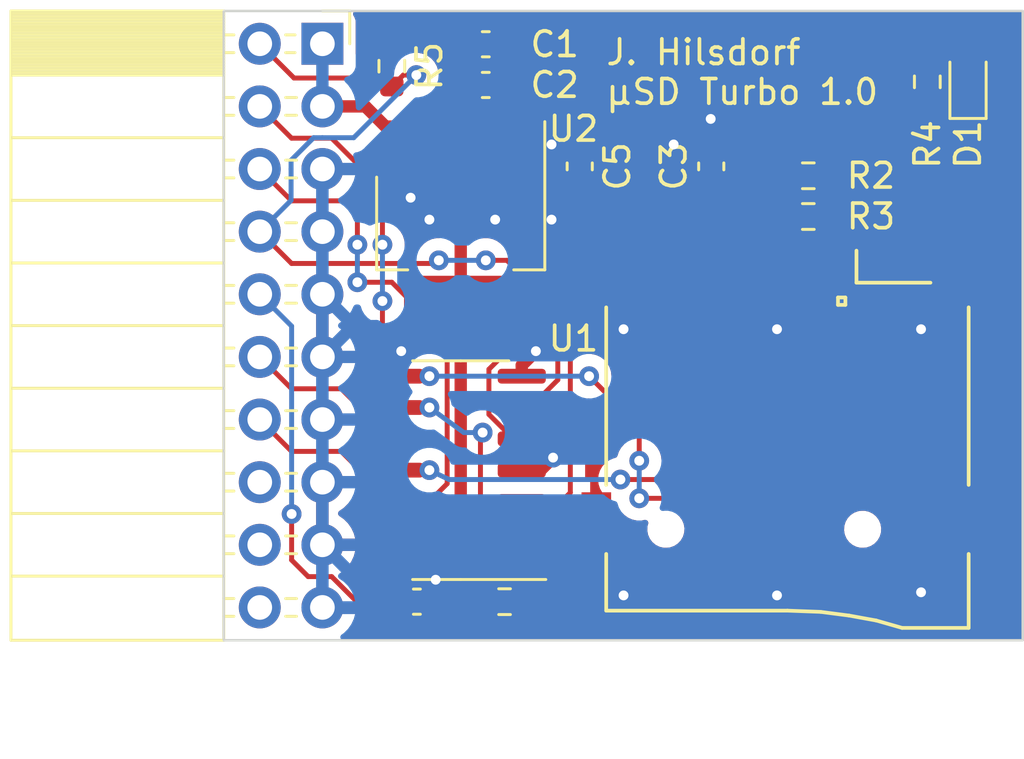
<source format=kicad_pcb>
(kicad_pcb (version 20221018) (generator pcbnew)
  (layers (0 "F.Cu" signal) (31 "B.Cu" signal) (34 "B.Paste" user) (35 "F.Paste" user) (36 "B.SilkS" user "B.Silkscreen") (37 "F.SilkS" user "F.Silkscreen") (38 "B.Mask" user) (39 "F.Mask" user) (44 "Edge.Cuts" user))
  (net 0 "")
  (net 1 "+3.3V")
  (net 2 "Net-(R1-Pad1)")
  (net 3 "+5V")
  (net 4 "CB1")
  (net 5 "CB2")
  (net 6 "PB0")
  (net 7 "PB1")
  (net 8 "PB2")
  (net 9 "PB3")
  (net 10 "PB4")
  (net 14 "Net-(R2-Pad2)")
  (net 15 "GND")
  (net 16 "DOUT")
  (net 17 "CLK")
  (net 18 "DIN")
  (net 22 "Net-(D1-A)")
  (net 23 "Net-(R3-Pad2)")
  (footprint "Package_SO:SOIC-14_3.9x8.7mm_P1.27mm" (layer "F.Cu") (at 115.77 80.132 180)
    (fp_text reference "U1" (at -4.572 5.334) (layer "F.SilkS"))
    (fp_text value "74LVC125AD")
    (fp_line (start 0 -4.435) (end -3.45 -4.435) (stroke (width 0.12)) (layer "F.SilkS"))
    (fp_line (start 0 -4.435) (end 1.95 -4.435) (stroke (width 0.12)) (layer "F.SilkS"))
    (fp_line (start 0 4.435) (end -1.95 4.435) (stroke (width 0.12)) (layer "F.SilkS"))
    (fp_line (start 0 4.435) (end 1.95 4.435) (stroke (width 0.12)) (layer "F.SilkS"))
    (pad "1" smd roundrect (at -2.475 -3.81 180) (size 1.95 0.6) (layers "F.Cu" "F.Paste" "F.Mask") (net 8 "PB2"))
    (pad "2" smd roundrect (at -2.475 -2.54 180) (size 1.95 0.6) (layers "F.Cu" "F.Paste" "F.Mask") (net 16 "DOUT"))
    (pad "3" smd roundrect (at -2.475 -1.27 180) (size 1.95 0.6) (layers "F.Cu" "F.Paste" "F.Mask") (net 2 "Net-(R1-Pad1)"))
    (pad "4" smd roundrect (at -2.475 0 180) (size 1.95 0.6) (layers "F.Cu" "F.Paste" "F.Mask") (net 15 "GND"))
    (pad "5" smd roundrect (at -2.475 1.27 180) (size 1.95 0.6) (layers "F.Cu" "F.Paste" "F.Mask") (net 7 "PB1"))
    (pad "6" smd roundrect (at -2.475 2.54 180) (size 1.95 0.6) (layers "F.Cu" "F.Paste" "F.Mask") (net 17 "CLK"))
    (pad "7" smd roundrect (at -2.475 3.81 180) (size 1.95 0.6) (layers "F.Cu" "F.Paste" "F.Mask") (net 15 "GND"))
    (pad "8" smd roundrect (at 2.475 3.81 180) (size 1.95 0.6) (layers "F.Cu" "F.Paste" "F.Mask") (net 14 "Net-(R2-Pad2)"))
    (pad "9" smd roundrect (at 2.475 2.54 180) (size 1.95 0.6) (layers "F.Cu" "F.Paste" "F.Mask") (net 5 "CB2"))
    (pad "10" smd roundrect (at 2.475 1.27 180) (size 1.95 0.6) (layers "F.Cu" "F.Paste" "F.Mask") (net 9 "PB3"))
    (pad "11" smd roundrect (at 2.475 0 180) (size 1.95 0.6) (layers "F.Cu" "F.Paste" "F.Mask") (net 23 "Net-(R3-Pad2)"))
    (pad "12" smd roundrect (at 2.475 -1.27 180) (size 1.95 0.6) (layers "F.Cu" "F.Paste" "F.Mask") (net 6 "PB0"))
    (pad "13" smd roundrect (at 2.475 -2.54 180) (size 1.95 0.6) (layers "F.Cu" "F.Paste" "F.Mask") (net 10 "PB4"))
    (pad "14" smd roundrect (at 2.475 -3.81 180) (size 1.95 0.6) (layers "F.Cu" "F.Paste" "F.Mask") (net 1 "+3.3V"))
  )
  (footprint "Package_TO_SOT_SMD:SOT-223-3_TabPin2" (layer "F.Cu") (at 115.77 70.099 -90)
    (fp_text reference "U2" (at -3.81 -4.572 -180) (layer "F.SilkS"))
    (fp_text value "AMS1117-3.3")
    (fp_line (start -4.1 -3.41) (end 1.91 -3.41) (stroke (width 0.12)) (layer "F.SilkS"))
    (fp_line (start -1.85 3.41) (end 1.91 3.41) (stroke (width 0.12)) (layer "F.SilkS"))
    (fp_line (start 1.91 -3.41) (end 1.91 -2.15) (stroke (width 0.12)) (layer "F.SilkS"))
    (fp_line (start 1.91 3.41) (end 1.91 2.15) (stroke (width 0.12)) (layer "F.SilkS"))
    (pad "1" smd rect (at -3.15 -2.3 270) (size 2 1.5) (layers "F.Cu" "F.Paste" "F.Mask") (net 15 "GND"))
    (pad "2" smd rect (at -3.15 0 270) (size 2 1.5) (layers "F.Cu" "F.Paste" "F.Mask") (net 1 "+3.3V"))
    (pad "2" smd rect (at 3.15 0 270) (size 2 3.8) (layers "F.Cu" "F.Paste" "F.Mask") (net 1 "+3.3V"))
    (pad "3" smd rect (at -3.15 2.3 270) (size 2 1.5) (layers "F.Cu" "F.Paste" "F.Mask") (net 3 "+5V"))
  )
  (footprint "Capacitor_SMD:C_0603_1608Metric" (layer "F.Cu") (at 116.786 64.511)
    (fp_text reference "C2" (at 2.794 0) (layer "F.SilkS"))
    (fp_text value "C")
    (fp_line (start -0.14058 -0.51) (end 0.14058 -0.51) (stroke (width 0.12)) (layer "F.SilkS"))
    (fp_line (start -0.14058 0.51) (end 0.14058 0.51) (stroke (width 0.12)) (layer "F.SilkS"))
    (pad "1" smd roundrect (at -0.775 0) (size 0.9 0.95) (layers "F.Cu" "F.Paste" "F.Mask") (net 3 "+5V"))
    (pad "2" smd roundrect (at 0.775 0) (size 0.9 0.95) (layers "F.Cu" "F.Paste" "F.Mask") (net 15 "GND"))
  )
  (footprint "Capacitor_SMD:C_0603_1608Metric" (layer "F.Cu") (at 125.93 67.813 90)
    (fp_text reference "C3" (at 0 -1.524 90) (layer "F.SilkS"))
    (fp_text value "C")
    (fp_line (start -0.14058 -0.51) (end 0.14058 -0.51) (stroke (width 0.12)) (layer "F.SilkS"))
    (fp_line (start -0.14058 0.51) (end 0.14058 0.51) (stroke (width 0.12)) (layer "F.SilkS"))
    (pad "1" smd roundrect (at -0.775 0 90) (size 0.9 0.95) (layers "F.Cu" "F.Paste" "F.Mask") (net 1 "+3.3V"))
    (pad "2" smd roundrect (at 0.775 0 90) (size 0.9 0.95) (layers "F.Cu" "F.Paste" "F.Mask") (net 15 "GND"))
  )
  (footprint "footprints:Conn_uSDcard" (layer "F.Cu") (at 129.02 82.53)
    (fp_text reference "XS1" hide)
    (fp_text value "uSD Card" hide)
    (fp_line (start -7.35 -1.8) (end -7.35 -9) (stroke (width 0.15)) (layer "F.SilkS"))
    (fp_line (start -7.35 1) (end -7.35 3.3) (stroke (width 0.15)) (layer "F.SilkS"))
    (fp_line (start -7.35 3.3) (end 0 3.3) (stroke (width 0.15)) (layer "F.SilkS"))
    (fp_line (start 0 3.3) (end 1.35 3.35) (stroke (width 0.15)) (layer "F.SilkS"))
    (fp_line (start 1.35 3.35) (end 2.5 3.5) (stroke (width 0.15)) (layer "F.SilkS"))
    (fp_line (start 2.05 -9.4) (end 2.05 -9.1) (stroke (width 0.15)) (layer "F.SilkS"))
    (fp_line (start 2.05 -9.1) (end 2.35 -9.1) (stroke (width 0.15)) (layer "F.SilkS"))
    (fp_line (start 2.35 -9.4) (end 2.05 -9.4) (stroke (width 0.15)) (layer "F.SilkS"))
    (fp_line (start 2.35 -9.1) (end 2.35 -9.4) (stroke (width 0.15)) (layer "F.SilkS"))
    (fp_line (start 2.5 3.5) (end 3.6 3.7) (stroke (width 0.15)) (layer "F.SilkS"))
    (fp_line (start 2.8 -10) (end 2.8 -11.3) (stroke (width 0.15)) (layer "F.SilkS"))
    (fp_line (start 2.8 -10) (end 5.8 -10) (stroke (width 0.15)) (layer "F.SilkS"))
    (fp_line (start 3.6 3.7) (end 4.65 4) (stroke (width 0.15)) (layer "F.SilkS"))
    (fp_line (start 4.65 4) (end 7.35 4) (stroke (width 0.15)) (layer "F.SilkS"))
    (fp_line (start 7.35 -9) (end 7.35 -1.8) (stroke (width 0.15)) (layer "F.SilkS"))
    (fp_line (start 7.35 4) (end 7.35 1) (stroke (width 0.15)) (layer "F.SilkS"))
    (pad "" np_thru_hole circle (at -4.93 0) (size 1 1) (drill 1) (layers "*.Cu"))
    (pad "" np_thru_hole circle (at 3.05 0) (size 1 1) (drill 1) (layers "*.Cu"))
    (pad "1" smd rect (at 2.2 -10.5) (size 0.7 1.6) (layers "F.Cu" "F.Paste" "F.Mask"))
    (pad "2" smd rect (at 1.1 -10.5) (size 0.7 1.6) (layers "F.Cu" "F.Paste" "F.Mask") (net 15 "GND"))
    (pad "3" smd rect (at 0 -10.5) (size 0.7 1.6) (layers "F.Cu" "F.Paste" "F.Mask") (net 18 "DIN"))
    (pad "4" smd rect (at -1.1 -10.5) (size 0.7 1.6) (layers "F.Cu" "F.Paste" "F.Mask") (net 1 "+3.3V"))
    (pad "5" smd rect (at -2.2 -10.5) (size 0.7 1.6) (layers "F.Cu" "F.Paste" "F.Mask") (net 17 "CLK"))
    (pad "6" smd rect (at -7.75 -10) (size 1.2 1.4) (layers "F.Cu" "F.Paste" "F.Mask") (net 15 "GND"))
    (pad "6" smd rect (at -7.75 -0.4) (size 1.2 2.2) (layers "F.Cu" "F.Paste" "F.Mask") (net 15 "GND"))
    (pad "6" smd rect (at -3.3 -10.5) (size 0.7 1.6) (layers "F.Cu" "F.Paste" "F.Mask") (net 15 "GND"))
    (pad "6" smd rect (at 6.85 -10) (size 1.6 1.4) (layers "F.Cu" "F.Paste" "F.Mask") (net 15 "GND"))
    (pad "6" smd rect (at 7.75 -0.4) (size 1.2 2.2) (layers "F.Cu" "F.Paste" "F.Mask") (net 15 "GND"))
    (pad "7" smd rect (at -4.4 -10.5) (size 0.7 1.6) (layers "F.Cu" "F.Paste" "F.Mask") (net 16 "DOUT"))
    (pad "8" smd rect (at -5.5 -10.5) (size 0.7 1.6) (layers "F.Cu" "F.Paste" "F.Mask"))
    (pad "9" smd rect (at -6.6 -10.5) (size 0.7 1.6) (layers "F.Cu" "F.Paste" "F.Mask"))
  )
  (footprint "Capacitor_SMD:C_0603_1608Metric" (layer "F.Cu") (at 120.596 67.813 90)
    (fp_text reference "C5" (at 0 1.524 90) (layer "F.SilkS"))
    (fp_text value "C")
    (fp_line (start -0.14058 -0.51) (end 0.14058 -0.51) (stroke (width 0.12)) (layer "F.SilkS"))
    (fp_line (start -0.14058 0.51) (end 0.14058 0.51) (stroke (width 0.12)) (layer "F.SilkS"))
    (pad "1" smd roundrect (at -0.775 0 90) (size 0.9 0.95) (layers "F.Cu" "F.Paste" "F.Mask") (net 1 "+3.3V"))
    (pad "2" smd roundrect (at 0.775 0 90) (size 0.9 0.95) (layers "F.Cu" "F.Paste" "F.Mask") (net 15 "GND"))
  )
  (footprint "Resistor_SMD:R_0603_1608Metric" (layer "F.Cu") (at 112.976 63.749 90)
    (fp_text reference "R5" (at 0 1.524 90) (layer "F.SilkS"))
    (fp_text value "56 Ω")
    (fp_line (start -0.237258 -0.5225) (end 0.237258 -0.5225) (stroke (width 0.12)) (layer "F.SilkS"))
    (fp_line (start -0.237258 0.5225) (end 0.237258 0.5225) (stroke (width 0.12)) (layer "F.SilkS"))
    (pad "1" smd roundrect (at -0.825 0 90) (size 0.8 0.95) (layers "F.Cu" "F.Paste" "F.Mask") (net 7 "PB1"))
    (pad "2" smd roundrect (at 0.825 0 90) (size 0.8 0.95) (layers "F.Cu" "F.Paste" "F.Mask") (net 4 "CB1"))
  )
  (footprint "Resistor_SMD:R_0603_1608Metric" (layer "F.Cu") (at 134.693 64.384 -90)
    (fp_text reference "R4" (at 2.54 0 90) (layer "F.SilkS"))
    (fp_text value "1k")
    (fp_line (start -0.237258 -0.5225) (end 0.237258 -0.5225) (stroke (width 0.12)) (layer "F.SilkS"))
    (fp_line (start -0.237258 0.5225) (end 0.237258 0.5225) (stroke (width 0.12)) (layer "F.SilkS"))
    (pad "1" smd roundrect (at -0.825 0 270) (size 0.8 0.95) (layers "F.Cu" "F.Paste" "F.Mask") (net 1 "+3.3V"))
    (pad "2" smd roundrect (at 0.825 0 270) (size 0.8 0.95) (layers "F.Cu" "F.Paste" "F.Mask") (net 22 "Net-(D1-A)"))
  )
  (footprint "Resistor_SMD:R_0603_1608Metric" (layer "F.Cu") (at 129.867 68.194)
    (fp_text reference "R2" (at 2.54 0) (layer "F.SilkS"))
    (fp_text value "56 Ω")
    (fp_line (start -0.237258 -0.5225) (end 0.237258 -0.5225) (stroke (width 0.12)) (layer "F.SilkS"))
    (fp_line (start -0.237258 0.5225) (end 0.237258 0.5225) (stroke (width 0.12)) (layer "F.SilkS"))
    (pad "1" smd roundrect (at -0.825 0) (size 0.8 0.95) (layers "F.Cu" "F.Paste" "F.Mask") (net 18 "DIN"))
    (pad "2" smd roundrect (at 0.825 0) (size 0.8 0.95) (layers "F.Cu" "F.Paste" "F.Mask") (net 14 "Net-(R2-Pad2)"))
  )
  (footprint "Resistor_SMD:R_0603_1608Metric" (layer "F.Cu") (at 117.548 85.466 180)
    (fp_text reference "R1" hide)
    (fp_text value "56 Ω")
    (fp_line (start -0.237258 -0.5225) (end 0.237258 -0.5225) (stroke (width 0.12)) (layer "F.SilkS"))
    (fp_line (start -0.237258 0.5225) (end 0.237258 0.5225) (stroke (width 0.12)) (layer "F.SilkS"))
    (pad "1" smd roundrect (at -0.825 0 180) (size 0.8 0.95) (layers "F.Cu" "F.Paste" "F.Mask") (net 2 "Net-(R1-Pad1)"))
    (pad "2" smd roundrect (at 0.825 0 180) (size 0.8 0.95) (layers "F.Cu" "F.Paste" "F.Mask") (net 5 "CB2"))
  )
  (footprint "Connector_PinSocket_2.54mm:PinSocket_2x10_P2.54mm_Horizontal" (layer "F.Cu") (at 110.16 62.84)
    (fp_text reference "J1" hide)
    (fp_text value "User Port")
    (fp_line (start -12.63 -1.33) (end -12.63 24.19) (stroke (width 0.12)) (layer "F.SilkS"))
    (fp_line (start -12.63 -1.33) (end -4 -1.33) (stroke (width 0.12)) (layer "F.SilkS"))
    (fp_line (start -12.63 -1.21) (end -4 -1.21) (stroke (width 0.12)) (layer "F.SilkS"))
    (fp_line (start -12.63 -1.091905) (end -4 -1.091905) (stroke (width 0.12)) (layer "F.SilkS"))
    (fp_line (start -12.63 -0.97381) (end -4 -0.97381) (stroke (width 0.12)) (layer "F.SilkS"))
    (fp_line (start -12.63 -0.855715) (end -4 -0.855715) (stroke (width 0.12)) (layer "F.SilkS"))
    (fp_line (start -12.63 -0.73762) (end -4 -0.73762) (stroke (width 0.12)) (layer "F.SilkS"))
    (fp_line (start -12.63 -0.619525) (end -4 -0.619525) (stroke (width 0.12)) (layer "F.SilkS"))
    (fp_line (start -12.63 -0.50143) (end -4 -0.50143) (stroke (width 0.12)) (layer "F.SilkS"))
    (fp_line (start -12.63 -0.383335) (end -4 -0.383335) (stroke (width 0.12)) (layer "F.SilkS"))
    (fp_line (start -12.63 -0.26524) (end -4 -0.26524) (stroke (width 0.12)) (layer "F.SilkS"))
    (fp_line (start -12.63 -0.147145) (end -4 -0.147145) (stroke (width 0.12)) (layer "F.SilkS"))
    (fp_line (start -12.63 -0.02905) (end -4 -0.02905) (stroke (width 0.12)) (layer "F.SilkS"))
    (fp_line (start -12.63 0.089045) (end -4 0.089045) (stroke (width 0.12)) (layer "F.SilkS"))
    (fp_line (start -12.63 0.20714) (end -4 0.20714) (stroke (width 0.12)) (layer "F.SilkS"))
    (fp_line (start -12.63 0.325235) (end -4 0.325235) (stroke (width 0.12)) (layer "F.SilkS"))
    (fp_line (start -12.63 0.44333) (end -4 0.44333) (stroke (width 0.12)) (layer "F.SilkS"))
    (fp_line (start -12.63 0.561425) (end -4 0.561425) (stroke (width 0.12)) (layer "F.SilkS"))
    (fp_line (start -12.63 0.67952) (end -4 0.67952) (stroke (width 0.12)) (layer "F.SilkS"))
    (fp_line (start -12.63 0.797615) (end -4 0.797615) (stroke (width 0.12)) (layer "F.SilkS"))
    (fp_line (start -12.63 0.91571) (end -4 0.91571) (stroke (width 0.12)) (layer "F.SilkS"))
    (fp_line (start -12.63 1.033805) (end -4 1.033805) (stroke (width 0.12)) (layer "F.SilkS"))
    (fp_line (start -12.63 1.1519) (end -4 1.1519) (stroke (width 0.12)) (layer "F.SilkS"))
    (fp_line (start -12.63 1.27) (end -4 1.27) (stroke (width 0.12)) (layer "F.SilkS"))
    (fp_line (start -12.63 3.81) (end -4 3.81) (stroke (width 0.12)) (layer "F.SilkS"))
    (fp_line (start -12.63 6.35) (end -4 6.35) (stroke (width 0.12)) (layer "F.SilkS"))
    (fp_line (start -12.63 8.89) (end -4 8.89) (stroke (width 0.12)) (layer "F.SilkS"))
    (fp_line (start -12.63 11.43) (end -4 11.43) (stroke (width 0.12)) (layer "F.SilkS"))
    (fp_line (start -12.63 13.97) (end -4 13.97) (stroke (width 0.12)) (layer "F.SilkS"))
    (fp_line (start -12.63 16.51) (end -4 16.51) (stroke (width 0.12)) (layer "F.SilkS"))
    (fp_line (start -12.63 19.05) (end -4 19.05) (stroke (width 0.12)) (layer "F.SilkS"))
    (fp_line (start -12.63 21.59) (end -4 21.59) (stroke (width 0.12)) (layer "F.SilkS"))
    (fp_line (start -12.63 24.19) (end -4 24.19) (stroke (width 0.12)) (layer "F.SilkS"))
    (fp_line (start -4 -1.33) (end -4 24.19) (stroke (width 0.12)) (layer "F.SilkS"))
    (fp_line (start -4 -0.36) (end -3.59 -0.36) (stroke (width 0.12)) (layer "F.SilkS"))
    (fp_line (start -4 0.36) (end -3.59 0.36) (stroke (width 0.12)) (layer "F.SilkS"))
    (fp_line (start -4 2.18) (end -3.59 2.18) (stroke (width 0.12)) (layer "F.SilkS"))
    (fp_line (start -4 2.9) (end -3.59 2.9) (stroke (width 0.12)) (layer "F.SilkS"))
    (fp_line (start -4 4.72) (end -3.59 4.72) (stroke (width 0.12)) (layer "F.SilkS"))
    (fp_line (start -4 5.44) (end -3.59 5.44) (stroke (width 0.12)) (layer "F.SilkS"))
    (fp_line (start -4 7.26) (end -3.59 7.26) (stroke (width 0.12)) (layer "F.SilkS"))
    (fp_line (start -4 7.98) (end -3.59 7.98) (stroke (width 0.12)) (layer "F.SilkS"))
    (fp_line (start -4 9.8) (end -3.59 9.8) (stroke (width 0.12)) (layer "F.SilkS"))
    (fp_line (start -4 10.52) (end -3.59 10.52) (stroke (width 0.12)) (layer "F.SilkS"))
    (fp_line (start -4 12.34) (end -3.59 12.34) (stroke (width 0.12)) (layer "F.SilkS"))
    (fp_line (start -4 13.06) (end -3.59 13.06) (stroke (width 0.12)) (layer "F.SilkS"))
    (fp_line (start -4 14.88) (end -3.59 14.88) (stroke (width 0.12)) (layer "F.SilkS"))
    (fp_line (start -4 15.6) (end -3.59 15.6) (stroke (width 0.12)) (layer "F.SilkS"))
    (fp_line (start -4 17.42) (end -3.59 17.42) (stroke (width 0.12)) (layer "F.SilkS"))
    (fp_line (start -4 18.14) (end -3.59 18.14) (stroke (width 0.12)) (layer "F.SilkS"))
    (fp_line (start -4 19.96) (end -3.59 19.96) (stroke (width 0.12)) (layer "F.SilkS"))
    (fp_line (start -4 20.68) (end -3.59 20.68) (stroke (width 0.12)) (layer "F.SilkS"))
    (fp_line (start -4 22.5) (end -3.59 22.5) (stroke (width 0.12)) (layer "F.SilkS"))
    (fp_line (start -4 23.22) (end -3.59 23.22) (stroke (width 0.12)) (layer "F.SilkS"))
    (fp_line (start -1.49 -0.36) (end -1.11 -0.36) (stroke (width 0.12)) (layer "F.SilkS"))
    (fp_line (start -1.49 0.36) (end -1.11 0.36) (stroke (width 0.12)) (layer "F.SilkS"))
    (fp_line (start -1.49 2.18) (end -1.05 2.18) (stroke (width 0.12)) (layer "F.SilkS"))
    (fp_line (start -1.49 2.9) (end -1.05 2.9) (stroke (width 0.12)) (layer "F.SilkS"))
    (fp_line (start -1.49 4.72) (end -1.05 4.72) (stroke (width 0.12)) (layer "F.SilkS"))
    (fp_line (start -1.49 5.44) (end -1.05 5.44) (stroke (width 0.12)) (layer "F.SilkS"))
    (fp_line (start -1.49 7.26) (end -1.05 7.26) (stroke (width 0.12)) (layer "F.SilkS"))
    (fp_line (start -1.49 7.98) (end -1.05 7.98) (stroke (width 0.12)) (layer "F.SilkS"))
    (fp_line (start -1.49 9.8) (end -1.05 9.8) (stroke (width 0.12)) (layer "F.SilkS"))
    (fp_line (start -1.49 10.52) (end -1.05 10.52) (stroke (width 0.12)) (layer "F.SilkS"))
    (fp_line (start -1.49 12.34) (end -1.05 12.34) (stroke (width 0.12)) (layer "F.SilkS"))
    (fp_line (start -1.49 13.06) (end -1.05 13.06) (stroke (width 0.12)) (layer "F.SilkS"))
    (fp_line (start -1.49 14.88) (end -1.05 14.88) (stroke (width 0.12)) (layer "F.SilkS"))
    (fp_line (start -1.49 15.6) (end -1.05 15.6) (stroke (width 0.12)) (layer "F.SilkS"))
    (fp_line (start -1.49 17.42) (end -1.05 17.42) (stroke (width 0.12)) (layer "F.SilkS"))
    (fp_line (start -1.49 18.14) (end -1.05 18.14) (stroke (width 0.12)) (layer "F.SilkS"))
    (fp_line (start -1.49 19.96) (end -1.05 19.96) (stroke (width 0.12)) (layer "F.SilkS"))
    (fp_line (start -1.49 20.68) (end -1.05 20.68) (stroke (width 0.12)) (layer "F.SilkS"))
    (fp_line (start -1.49 22.5) (end -1.05 22.5) (stroke (width 0.12)) (layer "F.SilkS"))
    (fp_line (start -1.49 23.22) (end -1.05 23.22) (stroke (width 0.12)) (layer "F.SilkS"))
    (fp_line (start 0 -1.33) (end 1.11 -1.33) (stroke (width 0.12)) (layer "F.SilkS"))
    (fp_line (start 1.11 -1.33) (end 1.11 0) (stroke (width 0.12)) (layer "F.SilkS"))
    (pad "1" thru_hole rect (at 0 0) (size 1.7 1.7) (drill 1) (layers "*.Cu" "*.Mask") (net 3 "+5V"))
    (pad "2" thru_hole oval (at -2.54 0) (size 1.7 1.7) (drill 1) (layers "*.Cu" "*.Mask") (net 4 "CB1"))
    (pad "3" thru_hole oval (at 0 2.54) (size 1.7 1.7) (drill 1) (layers "*.Cu" "*.Mask") (net 3 "+5V"))
    (pad "4" thru_hole oval (at -2.54 2.54) (size 1.7 1.7) (drill 1) (layers "*.Cu" "*.Mask") (net 5 "CB2"))
    (pad "5" thru_hole oval (at 0 5.08) (size 1.7 1.7) (drill 1) (layers "*.Cu" "*.Mask") (net 15 "GND"))
    (pad "6" thru_hole oval (at -2.54 5.08) (size 1.7 1.7) (drill 1) (layers "*.Cu" "*.Mask") (net 6 "PB0"))
    (pad "7" thru_hole oval (at 0 7.62) (size 1.7 1.7) (drill 1) (layers "*.Cu" "*.Mask") (net 15 "GND"))
    (pad "8" thru_hole oval (at -2.54 7.62) (size 1.7 1.7) (drill 1) (layers "*.Cu" "*.Mask") (net 7 "PB1"))
    (pad "9" thru_hole oval (at 0 10.16) (size 1.7 1.7) (drill 1) (layers "*.Cu" "*.Mask") (net 15 "GND"))
    (pad "10" thru_hole oval (at -2.54 10.16) (size 1.7 1.7) (drill 1) (layers "*.Cu" "*.Mask") (net 8 "PB2"))
    (pad "11" thru_hole oval (at 0 12.7) (size 1.7 1.7) (drill 1) (layers "*.Cu" "*.Mask") (net 15 "GND"))
    (pad "12" thru_hole oval (at -2.54 12.7) (size 1.7 1.7) (drill 1) (layers "*.Cu" "*.Mask") (net 9 "PB3"))
    (pad "13" thru_hole oval (at 0 15.24) (size 1.7 1.7) (drill 1) (layers "*.Cu" "*.Mask") (net 15 "GND"))
    (pad "14" thru_hole oval (at -2.54 15.24) (size 1.7 1.7) (drill 1) (layers "*.Cu" "*.Mask") (net 10 "PB4"))
    (pad "15" thru_hole oval (at 0 17.78) (size 1.7 1.7) (drill 1) (layers "*.Cu" "*.Mask") (net 15 "GND"))
    (pad "16" thru_hole oval (at -2.54 17.78) (size 1.7 1.7) (drill 1) (layers "*.Cu" "*.Mask"))
    (pad "17" thru_hole oval (at 0 20.32) (size 1.7 1.7) (drill 1) (layers "*.Cu" "*.Mask") (net 15 "GND"))
    (pad "18" thru_hole oval (at -2.54 20.32) (size 1.7 1.7) (drill 1) (layers "*.Cu" "*.Mask"))
    (pad "19" thru_hole oval (at 0 22.86) (size 1.7 1.7) (drill 1) (layers "*.Cu" "*.Mask") (net 15 "GND"))
    (pad "20" thru_hole oval (at -2.54 22.86) (size 1.7 1.7) (drill 1) (layers "*.Cu" "*.Mask"))
  )
  (footprint "Capacitor_SMD:C_0603_1608Metric" (layer "F.Cu") (at 113.992 85.466)
    (fp_text reference "C4" hide)
    (fp_text value "C")
    (fp_line (start -0.14058 -0.51) (end 0.14058 -0.51) (stroke (width 0.12)) (layer "F.SilkS"))
    (fp_line (start -0.14058 0.51) (end 0.14058 0.51) (stroke (width 0.12)) (layer "F.SilkS"))
    (pad "1" smd roundrect (at -0.775 0) (size 0.9 0.95) (layers "F.Cu" "F.Paste" "F.Mask") (net 1 "+3.3V"))
    (pad "2" smd roundrect (at 0.775 0) (size 0.9 0.95) (layers "F.Cu" "F.Paste" "F.Mask") (net 15 "GND"))
  )
  (footprint "LED_SMD:LED_0603_1608Metric" (layer "F.Cu") (at 136.344 64.384 90)
    (fp_text reference "D1" (at -2.54 0 90) (layer "F.SilkS"))
    (fp_text value "LED")
    (fp_line (start -1.485 -0.735) (end -1.485 0.735) (stroke (width 0.12)) (layer "F.SilkS"))
    (fp_line (start -1.485 0.735) (end 0.8 0.735) (stroke (width 0.12)) (layer "F.SilkS"))
    (fp_line (start 0.8 -0.735) (end -1.485 -0.735) (stroke (width 0.12)) (layer "F.SilkS"))
    (pad "1" smd roundrect (at -0.7875 0 90) (size 0.875 0.95) (layers "F.Cu" "F.Paste" "F.Mask") (net 15 "GND"))
    (pad "2" smd roundrect (at 0.7875 0 90) (size 0.875 0.95) (layers "F.Cu" "F.Paste" "F.Mask") (net 22 "Net-(D1-A)"))
  )
  (footprint "Resistor_SMD:R_0603_1608Metric" (layer "F.Cu") (at 129.867 69.845)
    (fp_text reference "R3" (at 2.54 0) (layer "F.SilkS"))
    (fp_text value "56 Ω")
    (fp_line (start -0.237258 -0.5225) (end 0.237258 -0.5225) (stroke (width 0.12)) (layer "F.SilkS"))
    (fp_line (start -0.237258 0.5225) (end 0.237258 0.5225) (stroke (width 0.12)) (layer "F.SilkS"))
    (pad "1" smd roundrect (at -0.825 0) (size 0.8 0.95) (layers "F.Cu" "F.Paste" "F.Mask") (net 18 "DIN"))
    (pad "2" smd roundrect (at 0.825 0) (size 0.8 0.95) (layers "F.Cu" "F.Paste" "F.Mask") (net 23 "Net-(R3-Pad2)"))
  )
  (footprint "Capacitor_SMD:C_0603_1608Metric" (layer "F.Cu") (at 116.786 62.86)
    (fp_text reference "C1" (at 2.794 0) (layer "F.SilkS"))
    (fp_text value "C")
    (fp_line (start -0.14058 -0.51) (end 0.14058 -0.51) (stroke (width 0.12)) (layer "F.SilkS"))
    (fp_line (start -0.14058 0.51) (end 0.14058 0.51) (stroke (width 0.12)) (layer "F.SilkS"))
    (pad "1" smd roundrect (at -0.775 0) (size 0.9 0.95) (layers "F.Cu" "F.Paste" "F.Mask") (net 3 "+5V"))
    (pad "2" smd roundrect (at 0.775 0) (size 0.9 0.95) (layers "F.Cu" "F.Paste" "F.Mask") (net 15 "GND"))
  )
  (gr_rect (start 106.16 61.51) (end 138.56 87.03) (stroke (width 0.1)) (fill none) (layer "Edge.Cuts"))
  (gr_text "J. Hilsdorf\nµSD Turbo 1.0" (at 121.59 65.38) (layer "F.SilkS") (effects (font (size 1 1)) (justify left bottom)))
  (segment (start 115.77 66.949) (end 115.77 67.199) (width 0.5) (layer "F.Cu") (net 1))
  (segment (start 113.295 83.942) (end 113.848528 83.942) (width 0.5) (layer "F.Cu") (net 1))
  (segment (start 134.693 63.559) (end 129.168 63.559) (width 0.2) (layer "F.Cu") (net 1))
  (segment (start 126.057 68.575) (end 127.92 70.438) (width 0.5) (layer "F.Cu") (net 1))
  (segment (start 129.168 63.559) (end 127.962 64.765) (width 0.2) (layer "F.Cu") (net 1))
  (segment (start 115.77 66.949) (end 115.77 73.249) (width 0.5) (layer "F.Cu") (net 1))
  (segment (start 115.77 82.020528) (end 115.77 73.249) (width 0.5) (layer "F.Cu") (net 1))
  (segment (start 113.217 84.02) (end 113.295 83.942) (width 0.5) (layer "F.Cu") (net 1))
  (segment (start 127.962 70.396) (end 127.92 70.438) (width 0.2) (layer "F.Cu") (net 1))
  (segment (start 127.92 70.438) (end 127.92 72.03) (width 0.5) (layer "F.Cu") (net 1))
  (segment (start 117.146 68.575) (end 126.057 68.575) (width 0.5) (layer "F.Cu") (net 1))
  (segment (start 113.848528 83.942) (end 115.77 82.020528) (width 0.5) (layer "F.Cu") (net 1))
  (segment (start 127.962 64.765) (end 127.962 70.396) (width 0.2) (layer "F.Cu") (net 1))
  (segment (start 113.217 85.466) (end 113.217 84.02) (width 0.5) (layer "F.Cu") (net 1))
  (segment (start 115.77 67.199) (end 117.146 68.575) (width 0.5) (layer "F.Cu") (net 1))
  (segment (start 118.245 81.402) (end 117.903604 81.402) (width 0.2) (layer "F.Cu") (net 2))
  (segment (start 116.97 84.317) (end 118.119 85.466) (width 0.2) (layer "F.Cu") (net 2))
  (segment (start 117.903604 81.402) (end 116.97 82.335604) (width 0.2) (layer "F.Cu") (net 2))
  (segment (start 116.97 82.335604) (end 116.97 84.317) (width 0.2) (layer "F.Cu") (net 2))
  (segment (start 118.119 85.466) (end 118.373 85.466) (width 0.2) (layer "F.Cu") (net 2))
  (segment (start 113.217 66.696) (end 113.47 66.949) (width 0.5) (layer "F.Cu") (net 3))
  (segment (start 113.47 66.811) (end 115.77 64.511) (width 0.5) (layer "F.Cu") (net 3))
  (segment (start 111.901 65.38) (end 113.47 66.949) (width 0.5) (layer "F.Cu") (net 3))
  (segment (start 113.47 66.949) (end 113.47 66.798) (width 0.5) (layer "F.Cu") (net 3))
  (segment (start 113.47 66.949) (end 113.47 66.811) (width 0.5) (layer "F.Cu") (net 3))
  (segment (start 116.011 64.511) (end 116.011 62.86) (width 0.5) (layer "F.Cu") (net 3))
  (segment (start 110.16 65.38) (end 111.901 65.38) (width 0.5) (layer "F.Cu") (net 3))
  (segment (start 115.77 64.511) (end 116.011 64.511) (width 0.5) (layer "F.Cu") (net 3))
  (segment (start 110.16 65.38) (end 110.16 62.84) (width 0.5) (layer "B.Cu") (net 3))
  (segment (start 111.67 64.23) (end 112.976 62.924) (width 0.2) (layer "F.Cu") (net 4))
  (segment (start 109.01 64.23) (end 111.67 64.23) (width 0.2) (layer "F.Cu") (net 4))
  (segment (start 107.62 62.84) (end 109.01 64.23) (width 0.2) (layer "F.Cu") (net 4))
  (segment (start 112.595 73.274) (end 112.595 75.306) (width 0.2) (layer "F.Cu") (net 5))
  (segment (start 110.536346 66.67) (end 108.91 66.67) (width 0.2) (layer "F.Cu") (net 5))
  (segment (start 108.91 66.67) (end 107.62 65.38) (width 0.2) (layer "F.Cu") (net 5))
  (segment (start 112.953604 77.592) (end 113.295 77.592) (width 0.2) (layer "F.Cu") (net 5))
  (segment (start 110.536346 66.67) (end 112.595 68.728654) (width 0.2) (layer "F.Cu") (net 5))
  (segment (start 116.723 85.72) (end 116.57 85.567) (width 0.2) (layer "F.Cu") (net 5))
  (segment (start 112.02 76.658396) (end 112.953604 77.592) (width 0.2) (layer "F.Cu") (net 5))
  (segment (start 116.57 78.697) (end 116.57 85.313) (width 0.2) (layer "F.Cu") (net 5))
  (segment (start 112.595 75.306) (end 112.02 75.881) (width 0.2) (layer "F.Cu") (net 5))
  (segment (start 116.659 78.608) (end 116.57 78.697) (width 0.2) (layer "F.Cu") (net 5))
  (segment (start 116.57 85.313) (end 116.723 85.466) (width 0.2) (layer "F.Cu") (net 5))
  (segment (start 112.595 68.728654) (end 112.595 70.988) (width 0.2) (layer "F.Cu") (net 5))
  (segment (start 113.295 77.592) (end 114.5 77.592) (width 0.2) (layer "F.Cu") (net 5))
  (segment (start 112.02 75.881) (end 112.02 76.658396) (width 0.2) (layer "F.Cu") (net 5))
  (via (at 112.595 70.988) (size 0.8) (drill 0.4) (layers "F.Cu" "B.Cu") (net 5))
  (via (at 114.5 77.592) (size 0.8) (drill 0.4) (layers "F.Cu" "B.Cu") (net 5))
  (via (at 112.595 73.274) (size 0.8) (drill 0.4) (layers "F.Cu" "B.Cu") (net 5))
  (via (at 116.659 78.608) (size 0.8) (drill 0.4) (layers "F.Cu" "B.Cu") (net 5))
  (segment (start 112.595 70.988) (end 112.595 73.274) (width 0.2) (layer "B.Cu") (net 5))
  (segment (start 114.5 77.592) (end 115.897 78.608) (width 0.2) (layer "B.Cu") (net 5))
  (segment (start 115.897 78.608) (end 116.659 78.608) (width 0.2) (layer "B.Cu") (net 5))
  (segment (start 113.57 74.549) (end 113.692 74.671) (width 0.2) (layer "F.Cu") (net 6))
  (segment (start 113.57 73.106) (end 113.57 74.549) (width 0.2) (layer "F.Cu") (net 6))
  (segment (start 112.976 72.512) (end 113.57 73.106) (width 0.2) (layer "F.Cu") (net 6))
  (segment (start 107.62 67.92) (end 108.91 69.21) (width 0.2) (layer "F.Cu") (net 6))
  (segment (start 113.692 74.671) (end 114.712 74.671) (width 0.2) (layer "F.Cu") (net 6))
  (segment (start 108.91 69.21) (end 111.04195 69.21) (width 0.2) (layer "F.Cu") (net 6))
  (segment (start 114.5 81.402) (end 113.295 81.402) (width 0.2) (layer "F.Cu") (net 6))
  (segment (start 114.712 74.671) (end 115.22 75.179) (width 0.2) (layer "F.Cu") (net 6))
  (segment (start 111.579 72.512) (end 112.976 72.512) (width 0.2) (layer "F.Cu") (net 6))
  (segment (start 111.04195 69.21) (end 111.579 69.74705) (width 0.2) (layer "F.Cu") (net 6))
  (segment (start 115.22 75.179) (end 115.22 80.682) (width 0.2) (layer "F.Cu") (net 6))
  (segment (start 111.579 69.74705) (end 111.579 70.988) (width 0.2) (layer "F.Cu") (net 6))
  (segment (start 115.22 80.682) (end 114.5 81.402) (width 0.2) (layer "F.Cu") (net 6))
  (via (at 111.579 70.988) (size 0.8) (drill 0.4) (layers "F.Cu" "B.Cu") (net 6))
  (via (at 111.579 72.512) (size 0.8) (drill 0.4) (layers "F.Cu" "B.Cu") (net 6))
  (segment (start 111.579 72.512) (end 111.579 70.988) (width 0.2) (layer "B.Cu") (net 6))
  (segment (start 117.644 71.623) (end 117.97 71.949) (width 0.2) (layer "F.Cu") (net 7))
  (segment (start 116.913 76.042604) (end 116.913 77.871396) (width 0.2) (layer "F.Cu") (net 7))
  (segment (start 108.91 71.75) (end 114.754 71.75) (width 0.2) (layer "F.Cu") (net 7))
  (segment (start 113.97 64.11) (end 113.44 64.11) (width 0.2) (layer "F.Cu") (net 7))
  (segment (start 108.91 71.75) (end 107.62 70.46) (width 0.2) (layer "F.Cu") (net 7))
  (segment (start 117.903604 78.862) (end 118.245 78.862) (width 0.2) (layer "F.Cu") (net 7))
  (segment (start 114.754 71.75) (end 114.881 71.623) (width 0.2) (layer "F.Cu") (net 7))
  (segment (start 116.913 77.871396) (end 117.903604 78.862) (width 0.2) (layer "F.Cu") (net 7))
  (segment (start 117.97 74.985604) (end 116.913 76.042604) (width 0.2) (layer "F.Cu") (net 7))
  (segment (start 113.44 64.11) (end 112.976 64.574) (width 0.2) (layer "F.Cu") (net 7))
  (segment (start 116.786 71.623) (end 117.644 71.623) (width 0.2) (layer "F.Cu") (net 7))
  (segment (start 117.97 71.949) (end 117.97 74.985604) (width 0.2) (layer "F.Cu") (net 7))
  (via (at 116.786 71.623) (size 0.8) (drill 0.4) (layers "F.Cu" "B.Cu") (net 7))
  (via (at 114.881 71.623) (size 0.8) (drill 0.4) (layers "F.Cu" "B.Cu") (net 7))
  (via (at 113.97 64.11) (size 0.8) (drill 0.4) (layers "F.Cu" "B.Cu") (net 7))
  (segment (start 114.881 71.623) (end 116.786 71.623) (width 0.2) (layer "B.Cu") (net 7))
  (segment (start 108.89 67.563654) (end 109.803654 66.65) (width 0.2) (layer "B.Cu") (net 7))
  (segment (start 108.89 67.92) (end 108.89 67.563654) (width 0.2) (layer "B.Cu") (net 7))
  (segment (start 111.43 66.65) (end 113.97 64.11) (width 0.2) (layer "B.Cu") (net 7))
  (segment (start 109.803654 66.65) (end 110.16 66.65) (width 0.2) (layer "B.Cu") (net 7))
  (segment (start 108.89 69.19) (end 108.89 67.92) (width 0.2) (layer "B.Cu") (net 7))
  (segment (start 110.16 66.65) (end 111.43 66.65) (width 0.2) (layer "B.Cu") (net 7))
  (segment (start 107.62 70.46) (end 108.89 69.19) (width 0.2) (layer "B.Cu") (net 7))
  (segment (start 109.583654 84.45) (end 110.536346 84.45) (width 0.2) (layer "F.Cu") (net 8))
  (segment (start 108.912 81.91) (end 108.912 83.778346) (width 0.2) (layer "F.Cu") (net 8))
  (segment (start 119.073 85.973) (end 119.073 84.77) (width 0.2) (layer "F.Cu") (net 8))
  (segment (start 110.536346 84.45) (end 112.356346 86.27) (width 0.2) (layer "F.Cu") (net 8))
  (segment (start 108.912 83.778346) (end 109.583654 84.45) (width 0.2) (layer "F.Cu") (net 8))
  (segment (start 119.073 84.77) (end 118.245 83.942) (width 0.2) (layer "F.Cu") (net 8))
  (segment (start 112.356346 86.27) (end 118.776 86.27) (width 0.2) (layer "F.Cu") (net 8))
  (segment (start 118.776 86.27) (end 119.073 85.973) (width 0.2) (layer "F.Cu") (net 8))
  (via (at 108.912 81.91) (size 0.8) (drill 0.4) (layers "F.Cu" "B.Cu") (net 8))
  (segment (start 108.912 74.292) (end 107.62 73) (width 0.2) (layer "B.Cu") (net 8))
  (segment (start 108.912 74.292) (end 108.912 81.91) (width 0.2) (layer "B.Cu") (net 8))
  (segment (start 107.62 75.54) (end 108.912 76.832) (width 0.2) (layer "F.Cu") (net 9))
  (segment (start 108.912 76.832) (end 110.923604 76.832) (width 0.2) (layer "F.Cu") (net 9))
  (segment (start 110.923604 76.832) (end 112.953604 78.862) (width 0.2) (layer "F.Cu") (net 9))
  (segment (start 112.953604 78.862) (end 113.295 78.862) (width 0.2) (layer "F.Cu") (net 9))
  (segment (start 112.02 81.738396) (end 112.953604 82.672) (width 0.2) (layer "F.Cu") (net 10))
  (segment (start 112.953604 82.672) (end 113.295 82.672) (width 0.2) (layer "F.Cu") (net 10))
  (segment (start 112.02 80.468396) (end 112.02 81.738396) (width 0.2) (layer "F.Cu") (net 10))
  (segment (start 110.923604 79.372) (end 112.02 80.468396) (width 0.2) (layer "F.Cu") (net 10))
  (segment (start 108.912 79.372) (end 110.923604 79.372) (width 0.2) (layer "F.Cu") (net 10))
  (segment (start 107.62 78.08) (end 108.912 79.372) (width 0.2) (layer "F.Cu") (net 10))
  (segment (start 114.5 76.322) (end 113.295 76.322) (width 0.2) (layer "F.Cu") (net 14))
  (segment (start 123.009 81.275) (end 124.290685 81.275) (width 0.2) (layer "F.Cu") (net 14))
  (segment (start 123.009 78.354) (end 123.009 79.751) (width 0.2) (layer "F.Cu") (net 14))
  (segment (start 120.977 76.322) (end 123.009 78.354) (width 0.2) (layer "F.Cu") (net 14))
  (segment (start 132.27 69.772) (end 130.692 68.194) (width 0.2) (layer "F.Cu") (net 14))
  (segment (start 124.290685 81.275) (end 132.27 73.295685) (width 0.2) (layer "F.Cu") (net 14))
  (segment (start 132.27 73.295685) (end 132.27 69.772) (width 0.2) (layer "F.Cu") (net 14))
  (via (at 120.977 76.322) (size 0.8) (drill 0.4) (layers "F.Cu" "B.Cu") (net 14))
  (via (at 123.009 79.751) (size 0.8) (drill 0.4) (layers "F.Cu" "B.Cu") (net 14))
  (via (at 123.009 81.275) (size 0.8) (drill 0.4) (layers "F.Cu" "B.Cu") (net 14))
  (via (at 114.5 76.322) (size 0.8) (drill 0.4) (layers "F.Cu" "B.Cu") (net 14))
  (segment (start 114.5 76.322) (end 120.977 76.322) (width 0.2) (layer "B.Cu") (net 14))
  (segment (start 123.009 79.751) (end 123.009 81.275) (width 0.2) (layer "B.Cu") (net 14))
  (segment (start 114.995 85.642) (end 114.995 85.72) (width 0.5) (layer "F.Cu") (net 15))
  (segment (start 114.767 85.466) (end 114.767 84.59) (width 0.5) (layer "F.Cu") (net 15))
  (segment (start 118.245 76.322) (end 118.245 75.879) (width 0.5) (layer "F.Cu") (net 15))
  (segment (start 119.0075 80.132) (end 119.5155 79.624) (width 0.5) (layer "F.Cu") (net 15))
  (segment (start 110.16 83.16) (end 110.16 80.62) (width 0.5) (layer "F.Cu") (net 15))
  (segment (start 118.245 80.132) (end 119.0075 80.132) (width 0.5) (layer "F.Cu") (net 15))
  (segment (start 118.245 75.879) (end 118.818 75.306) (width 0.5) (layer "F.Cu") (net 15))
  (segment (start 114.767 84.59) (end 114.754 84.577) (width 0.5) (layer "F.Cu") (net 15))
  (segment (start 110.16 75.54) (end 110.16 73) (width 0.5) (layer "F.Cu") (net 15))
  (via (at 125.908 65.888) (size 0.8) (drill 0.4) (layers "F.Cu" "B.Cu") (net 15))
  (via (at 119.453 69.972) (size 0.8) (drill 0.4) (layers "F.Cu" "B.Cu") (net 15))
  (via (at 117.167 69.972) (size 0.8) (drill 0.4) (layers "F.Cu" "B.Cu") (net 15))
  (via (at 122.374 85.212) (size 0.8) (drill 0.4) (layers "F.Cu" "B.Cu") (net 15))
  (via (at 122.374 74.417) (size 0.8) (drill 0.4) (layers "F.Cu" "B.Cu") (net 15))
  (via (at 114.754 84.577) (size 0.8) (drill 0.4) (layers "F.Cu" "B.Cu") (net 15))
  (via (at 113.738 69.083) (size 0.8) (drill 0.4) (layers "F.Cu" "B.Cu") (net 15))
  (via (at 134.439 85.085) (size 0.8) (drill 0.4) (layers "F.Cu" "B.Cu") (net 15))
  (via (at 119.5155 79.624) (size 0.8) (drill 0.4) (layers "F.Cu" "B.Cu") (net 15))
  (via (at 124.406 66.924) (size 0.8) (drill 0.4) (layers "F.Cu" "B.Cu") (net 15))
  (via (at 114.5 69.972) (size 0.8) (drill 0.4) (layers "F.Cu" "B.Cu") (net 15))
  (via (at 119.453 66.924) (size 0.8) (drill 0.4) (layers "F.Cu" "B.Cu") (net 15))
  (via (at 128.597 85.212) (size 0.8) (drill 0.4) (layers "F.Cu" "B.Cu") (net 15))
  (via (at 128.597 74.417) (size 0.8) (drill 0.4) (layers "F.Cu" "B.Cu") (net 15))
  (via (at 134.439 74.417) (size 0.8) (drill 0.4) (layers "F.Cu" "B.Cu") (net 15))
  (via (at 113.357 75.306) (size 0.8) (drill 0.4) (layers "F.Cu" "B.Cu") (net 15))
  (via (at 118.818 75.306) (size 0.8) (drill 0.4) (layers "F.Cu" "B.Cu") (net 15))
  (segment (start 112.341 74.29) (end 113.357 75.306) (width 0.5) (layer "B.Cu") (net 15))
  (segment (start 110.16 83.16) (end 111.577 84.577) (width 0.5) (layer "B.Cu") (net 15))
  (segment (start 110.16 67.92) (end 110.16 83.16) (width 0.5) (layer "B.Cu") (net 15))
  (segment (start 110.16 75.54) (end 111.41 74.29) (width 0.5) (layer "B.Cu") (net 15))
  (segment (start 110.18 85.72) (end 111.833 85.72) (width 0.5) (layer "B.Cu") (net 15))
  (segment (start 110.16 73) (end 111.45 74.29) (width 0.5) (layer "B.Cu") (net 15))
  (segment (start 111.41 74.29) (end 111.45 74.29) (width 0.5) (layer "B.Cu") (net 15))
  (segment (start 110.16 83.16) (end 110.16 85.7) (width 0.5) (layer "B.Cu") (net 15))
  (segment (start 111.577 84.577) (end 111.833 84.577) (width 0.5) (layer "B.Cu") (net 15))
  (segment (start 111.45 74.29) (end 112.341 74.29) (width 0.5) (layer "B.Cu") (net 15))
  (segment (start 110.16 85.7) (end 110.18 85.72) (width 0.5) (layer "B.Cu") (net 15))
  (segment (start 121.166 70.734) (end 124.324 70.734) (width 0.2) (layer "F.Cu") (net 16))
  (segment (start 118.245 82.672) (end 118.586396 82.672) (width 0.2) (layer "F.Cu") (net 16))
  (segment (start 124.324 70.734) (end 124.62 71.03) (width 0.2) (layer "F.Cu") (net 16))
  (segment (start 120.215 81.043396) (end 120.215 71.685) (width 0.2) (layer "F.Cu") (net 16))
  (segment (start 118.586396 82.672) (end 120.215 81.043396) (width 0.2) (layer "F.Cu") (net 16))
  (segment (start 120.215 71.685) (end 121.166 70.734) (width 0.2) (layer "F.Cu") (net 16))
  (segment (start 124.62 71.03) (end 124.62 72.03) (width 0.2) (layer "F.Cu") (net 16))
  (segment (start 119.707 76.471396) (end 119.707 71.496) (width 0.2) (layer "F.Cu") (net 17))
  (segment (start 126.016 70.226) (end 126.82 71.03) (width 0.2) (layer "F.Cu") (net 17))
  (segment (start 120.977 70.226) (end 126.016 70.226) (width 0.2) (layer "F.Cu") (net 17))
  (segment (start 126.82 71.03) (end 126.82 72.03) (width 0.2) (layer "F.Cu") (net 17))
  (segment (start 118.245 77.592) (end 118.586396 77.592) (width 0.2) (layer "F.Cu") (net 17))
  (segment (start 118.586396 77.592) (end 119.707 76.471396) (width 0.2) (layer "F.Cu") (net 17))
  (segment (start 119.707 71.496) (end 120.977 70.226) (width 0.2) (layer "F.Cu") (net 17))
  (segment (start 129.02 69.867) (end 129.042 69.845) (width 0.2) (layer "F.Cu") (net 18))
  (segment (start 129.02 72.03) (end 129.02 69.867) (width 0.2) (layer "F.Cu") (net 18))
  (segment (start 129.042 68.194) (end 129.042 69.845) (width 0.2) (layer "F.Cu") (net 18))
  (segment (start 135.097877 65.209) (end 136.344 63.962877) (width 0.2) (layer "F.Cu") (net 22))
  (segment (start 134.693 65.209) (end 135.097877 65.209) (width 0.2) (layer "F.Cu") (net 22))
  (segment (start 136.344 63.962877) (end 136.344 63.5965) (width 0.2) (layer "F.Cu") (net 22))
  (segment (start 124.487 80.513) (end 131.87 73.13) (width 0.2) (layer "F.Cu") (net 23))
  (segment (start 114.5 80.132) (end 113.295 80.132) (width 0.2) (layer "F.Cu") (net 23))
  (segment (start 131.87 71.023) (end 130.692 69.845) (width 0.2) (layer "F.Cu") (net 23))
  (segment (start 131.87 73.13) (end 131.87 71.023) (width 0.2) (layer "F.Cu") (net 23))
  (segment (start 122.247 80.513) (end 124.487 80.513) (width 0.2) (layer "F.Cu") (net 23))
  (via (at 114.5 80.132) (size 0.8) (drill 0.4) (layers "F.Cu" "B.Cu") (net 23))
  (via (at 122.247 80.513) (size 0.8) (drill 0.4) (layers "F.Cu" "B.Cu") (net 23))
  (segment (start 114.5 80.132) (end 115.3015 80.513) (width 0.2) (layer "B.Cu") (net 23))
  (segment (start 115.3015 80.513) (end 122.247 80.513) (width 0.2) (layer "B.Cu") (net 23))
  (zone (net 15) (net_name "GND") (layers "F&B.Cu") (connect_pads (clearance 0.5)) (min_thickness 0.25) (fill yes (thermal_gap 0.5) (thermal_bridge_width 0.5))
    (polygon (pts (xy 106.16 61.51) (xy 138.56 61.51) (xy 138.56 87.03) (xy 106.16 87.03)))
  )
)
</source>
